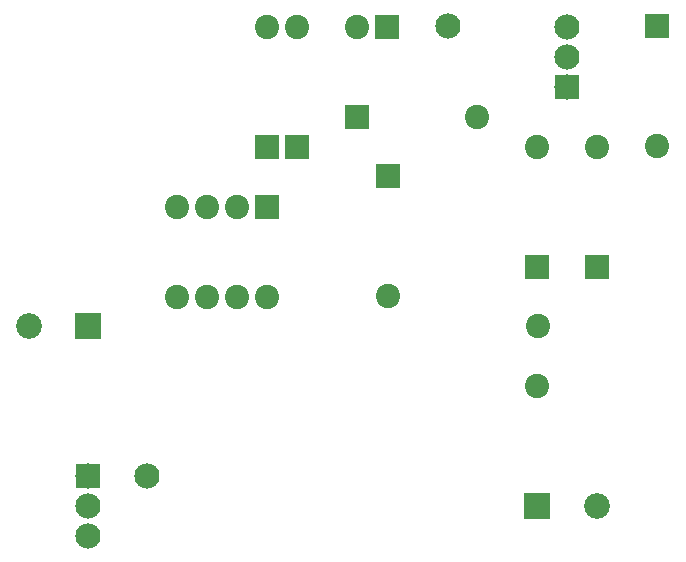
<source format=gbs>
G04 MADE WITH FRITZING*
G04 WWW.FRITZING.ORG*
G04 SINGLE SIDED*
G04 HOLES NOT PLATED*
G04 CONTOUR ON CENTER OF CONTOUR VECTOR*
%ASAXBY*%
%FSLAX23Y23*%
%MOIN*%
%OFA0B0*%
%SFA1.0B1.0*%
%ADD10C,0.086000*%
%ADD11C,0.081000*%
%ADD12C,0.084000*%
%ADD13R,0.086000X0.086000*%
%ADD14R,0.081000X0.081000*%
%ADD15R,0.084000X0.084000*%
%LNMASK0*%
G90*
G70*
G54D10*
X1950Y270D03*
X2147Y270D03*
X453Y870D03*
X256Y870D03*
G54D11*
X1050Y1267D03*
X1050Y967D03*
X950Y1267D03*
X950Y967D03*
X850Y1267D03*
X850Y967D03*
X750Y1267D03*
X750Y967D03*
G54D12*
X453Y370D03*
X453Y270D03*
X453Y170D03*
X2050Y1667D03*
X2050Y1767D03*
X2050Y1867D03*
X650Y370D03*
G54D11*
X1453Y1370D03*
X1453Y970D03*
X1150Y1467D03*
X1150Y1867D03*
X1050Y1467D03*
X1050Y1867D03*
X1450Y1867D03*
X1350Y1867D03*
X1350Y1567D03*
X1750Y1567D03*
X2150Y1067D03*
X2150Y1467D03*
X1950Y1067D03*
X1950Y1467D03*
X1950Y670D03*
X1953Y870D03*
X2350Y1870D03*
X2350Y1470D03*
G54D12*
X1653Y1870D03*
G54D13*
X1950Y270D03*
X453Y870D03*
G54D14*
X1050Y1267D03*
G54D15*
X453Y370D03*
X2050Y1667D03*
G54D14*
X1453Y1370D03*
X1150Y1467D03*
X1050Y1467D03*
X1450Y1867D03*
X1350Y1567D03*
X2150Y1067D03*
X1950Y1067D03*
X2350Y1870D03*
G04 End of Mask0*
M02*
</source>
